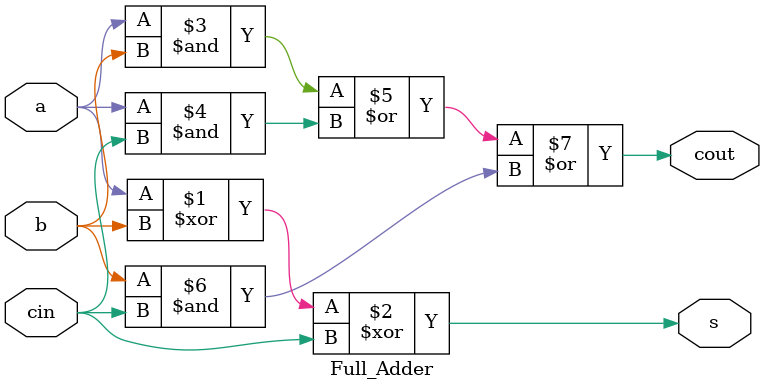
<source format=sv>
/* ---------------------------------------------------------------
 * Copyright (c) 2022. Heqing Huang (feipenghhq@gmail.com)
 *
 * Author: Heqing Huang
 * Date Created: 07/11/2023
 * ---------------------------------------------------------------
 * Full adder cell
 * ---------------------------------------------------------------
 */

module Full_Adder (
    input   a,
    input   b,
    input   cin,
    output  s,
    output  cout
);

    assign s = a ^ b ^ cin;
    assign cout = (a & b) | (a & cin) | (b & cin);

endmodule

</source>
